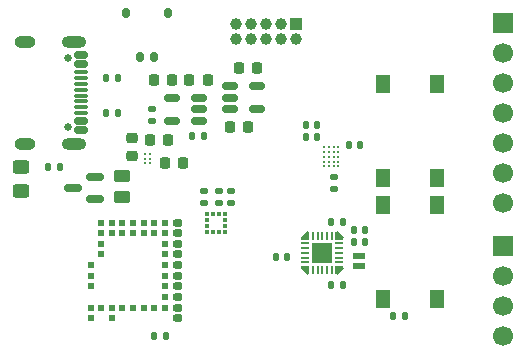
<source format=gbr>
%TF.GenerationSoftware,KiCad,Pcbnew,9.0.1+1*%
%TF.CreationDate,2025-09-07T20:00:31+00:00*%
%TF.ProjectId,ZSWatch-Heartrate-DevKit,5a535761-7463-4682-9d48-656172747261,+ (Unreleased)*%
%TF.SameCoordinates,Original*%
%TF.FileFunction,Soldermask,Top*%
%TF.FilePolarity,Negative*%
%FSLAX46Y46*%
G04 Gerber Fmt 4.6, Leading zero omitted, Abs format (unit mm)*
G04 Created by KiCad (PCBNEW 9.0.1+1) date 2025-09-07 20:00:31*
%MOMM*%
%LPD*%
G01*
G04 APERTURE LIST*
G04 Aperture macros list*
%AMRoundRect*
0 Rectangle with rounded corners*
0 $1 Rounding radius*
0 $2 $3 $4 $5 $6 $7 $8 $9 X,Y pos of 4 corners*
0 Add a 4 corners polygon primitive as box body*
4,1,4,$2,$3,$4,$5,$6,$7,$8,$9,$2,$3,0*
0 Add four circle primitives for the rounded corners*
1,1,$1+$1,$2,$3*
1,1,$1+$1,$4,$5*
1,1,$1+$1,$6,$7*
1,1,$1+$1,$8,$9*
0 Add four rect primitives between the rounded corners*
20,1,$1+$1,$2,$3,$4,$5,0*
20,1,$1+$1,$4,$5,$6,$7,0*
20,1,$1+$1,$6,$7,$8,$9,0*
20,1,$1+$1,$8,$9,$2,$3,0*%
%AMOutline4P*
0 Free polygon, 4 corners , with rotation*
0 The origin of the aperture is its center*
0 number of corners: always 4*
0 $1 to $8 corner X, Y*
0 $9 Rotation angle, in degrees counterclockwise*
0 create outline with 4 corners*
4,1,4,$1,$2,$3,$4,$5,$6,$7,$8,$1,$2,$9*%
G04 Aperture macros list end*
%ADD10RoundRect,0.225000X-0.225000X-0.250000X0.225000X-0.250000X0.225000X0.250000X-0.225000X0.250000X0*%
%ADD11RoundRect,0.140000X-0.140000X-0.170000X0.140000X-0.170000X0.140000X0.170000X-0.140000X0.170000X0*%
%ADD12RoundRect,0.140000X0.170000X-0.140000X0.170000X0.140000X-0.170000X0.140000X-0.170000X-0.140000X0*%
%ADD13RoundRect,0.250000X0.450000X-0.262500X0.450000X0.262500X-0.450000X0.262500X-0.450000X-0.262500X0*%
%ADD14C,0.330000*%
%ADD15C,0.650000*%
%ADD16RoundRect,0.150000X-0.425000X0.150000X-0.425000X-0.150000X0.425000X-0.150000X0.425000X0.150000X0*%
%ADD17RoundRect,0.075000X-0.500000X0.075000X-0.500000X-0.075000X0.500000X-0.075000X0.500000X0.075000X0*%
%ADD18O,2.100000X1.000000*%
%ADD19O,1.800000X1.000000*%
%ADD20RoundRect,0.135000X0.135000X0.185000X-0.135000X0.185000X-0.135000X-0.185000X0.135000X-0.185000X0*%
%ADD21R,1.700000X1.700000*%
%ADD22C,1.700000*%
%ADD23RoundRect,0.135000X0.185000X-0.135000X0.185000X0.135000X-0.185000X0.135000X-0.185000X-0.135000X0*%
%ADD24RoundRect,0.140000X0.140000X0.170000X-0.140000X0.170000X-0.140000X-0.170000X0.140000X-0.170000X0*%
%ADD25R,1.000000X1.000000*%
%ADD26C,1.000000*%
%ADD27RoundRect,0.250000X0.450000X-0.325000X0.450000X0.325000X-0.450000X0.325000X-0.450000X-0.325000X0*%
%ADD28R,1.140000X0.575000*%
%ADD29R,0.200000X0.700000*%
%ADD30Outline4P,-0.360000X-0.180000X0.360000X-0.180000X0.000000X0.180000X0.000000X0.180000X315.000000*%
%ADD31R,0.700000X0.200000*%
%ADD32Outline4P,-0.360000X-0.180000X0.360000X-0.180000X0.000000X0.180000X0.000000X0.180000X45.000000*%
%ADD33Outline4P,-0.360000X-0.180000X0.360000X-0.180000X0.000000X0.180000X0.000000X0.180000X135.000000*%
%ADD34Outline4P,-0.360000X-0.180000X0.360000X-0.180000X0.000000X0.180000X0.000000X0.180000X225.000000*%
%ADD35R,1.701800X1.701800*%
%ADD36RoundRect,0.150000X0.587500X0.150000X-0.587500X0.150000X-0.587500X-0.150000X0.587500X-0.150000X0*%
%ADD37R,1.300000X1.500000*%
%ADD38R,0.350000X0.375000*%
%ADD39R,0.375000X0.350000*%
%ADD40RoundRect,0.150000X-0.512500X-0.150000X0.512500X-0.150000X0.512500X0.150000X-0.512500X0.150000X0*%
%ADD41RoundRect,0.303200X-0.000010X-0.000010X0.000010X-0.000010X0.000010X0.000010X-0.000010X0.000010X0*%
%ADD42RoundRect,0.304800X-0.000010X-0.000010X0.000010X-0.000010X0.000010X0.000010X-0.000010X0.000010X0*%
%ADD43RoundRect,0.101600X-0.228600X-0.203200X0.228600X-0.203200X0.228600X0.203200X-0.228600X0.203200X0*%
%ADD44RoundRect,0.101600X-0.231500X-0.203200X0.231500X-0.203200X0.231500X0.203200X-0.231500X0.203200X0*%
%ADD45RoundRect,0.225000X0.225000X0.250000X-0.225000X0.250000X-0.225000X-0.250000X0.225000X-0.250000X0*%
%ADD46RoundRect,0.140000X-0.170000X0.140000X-0.170000X-0.140000X0.170000X-0.140000X0.170000X0.140000X0*%
%ADD47RoundRect,0.135000X-0.135000X-0.185000X0.135000X-0.185000X0.135000X0.185000X-0.135000X0.185000X0*%
%ADD48RoundRect,0.150000X0.512500X0.150000X-0.512500X0.150000X-0.512500X-0.150000X0.512500X-0.150000X0*%
%ADD49RoundRect,0.218750X-0.256250X0.218750X-0.256250X-0.218750X0.256250X-0.218750X0.256250X0.218750X0*%
%ADD50RoundRect,0.150000X0.150000X0.275000X-0.150000X0.275000X-0.150000X-0.275000X0.150000X-0.275000X0*%
%ADD51RoundRect,0.175000X0.175000X0.225000X-0.175000X0.225000X-0.175000X-0.225000X0.175000X-0.225000X0*%
%ADD52C,0.290000*%
G04 APERTURE END LIST*
D10*
%TO.C,C401*%
X195850000Y-148025000D03*
X197400000Y-148025000D03*
%TD*%
D11*
%TO.C,C412*%
X212700000Y-148475000D03*
X213660000Y-148475000D03*
%TD*%
D12*
%TO.C,C416*%
X200400000Y-153335000D03*
X200400000Y-152375000D03*
%TD*%
D13*
%TO.C,R403*%
X193510000Y-152887500D03*
X193510000Y-151062500D03*
%TD*%
D14*
%TO.C,IC402*%
X195450000Y-149225000D03*
X195850000Y-149225000D03*
X195450000Y-149625000D03*
X195850000Y-149625000D03*
X195450000Y-150025000D03*
X195850000Y-150025000D03*
%TD*%
D15*
%TO.C,X401*%
X188930000Y-141140000D03*
X188930000Y-146920000D03*
D16*
X190005000Y-140830000D03*
X190005000Y-141630000D03*
D17*
X190005000Y-142780000D03*
X190005000Y-143780000D03*
X190005000Y-144280000D03*
X190005000Y-145280000D03*
D16*
X190005000Y-146430000D03*
X190005000Y-147230000D03*
X190005000Y-147230000D03*
X190005000Y-146430000D03*
D17*
X190005000Y-145780000D03*
X190005000Y-144780000D03*
X190005000Y-143280000D03*
X190005000Y-142280000D03*
D16*
X190005000Y-141630000D03*
X190005000Y-140830000D03*
D18*
X189430000Y-139710000D03*
D19*
X185250000Y-139710000D03*
D18*
X189430000Y-148350000D03*
D19*
X185250000Y-148350000D03*
%TD*%
D20*
%TO.C,R401*%
X188210000Y-150350000D03*
X187190000Y-150350000D03*
%TD*%
%TO.C,R409*%
X212210000Y-155000000D03*
X211190000Y-155000000D03*
%TD*%
D21*
%TO.C,J402*%
X225700000Y-138135000D03*
D22*
X225700000Y-140675000D03*
X225700000Y-143215000D03*
X225700000Y-145755000D03*
X225700000Y-148295000D03*
X225700000Y-150835000D03*
X225700000Y-153375000D03*
%TD*%
D11*
%TO.C,C410*%
X213100000Y-155650000D03*
X214060000Y-155650000D03*
%TD*%
D23*
%TO.C,R406*%
X196000000Y-146400000D03*
X196000000Y-145380000D03*
%TD*%
D12*
%TO.C,C411*%
X201700000Y-153335000D03*
X201700000Y-152375000D03*
%TD*%
D11*
%TO.C,C408*%
X213090000Y-156650000D03*
X214050000Y-156650000D03*
%TD*%
D24*
%TO.C,C409*%
X207480000Y-157925000D03*
X206520000Y-157925000D03*
%TD*%
D21*
%TO.C,J401*%
X225700000Y-156975000D03*
D22*
X225700000Y-159515000D03*
X225700000Y-162055000D03*
X225700000Y-164595000D03*
%TD*%
D25*
%TO.C,X403*%
X208200000Y-138200000D03*
D26*
X208200000Y-139470000D03*
X206930000Y-138200000D03*
X206930000Y-139470000D03*
X205660000Y-138200000D03*
X205660000Y-139470000D03*
X204390000Y-138200000D03*
X204390000Y-139470000D03*
X203120000Y-138200000D03*
X203120000Y-139470000D03*
%TD*%
D27*
%TO.C,D401*%
X184900000Y-152400000D03*
X184900000Y-150350000D03*
%TD*%
D28*
%TO.C,Y401*%
X213500000Y-158687500D03*
X213500000Y-157862500D03*
%TD*%
D24*
%TO.C,C417*%
X209980000Y-146775000D03*
X209020000Y-146775000D03*
%TD*%
D29*
%TO.C,IC404*%
X209230000Y-159050000D03*
D30*
X209010000Y-159020000D03*
D31*
X208980000Y-158800000D03*
D29*
X209630000Y-159050000D03*
X210030000Y-159050000D03*
X210430000Y-159050000D03*
X210830000Y-159050000D03*
X211230000Y-159050000D03*
X211630000Y-159050000D03*
D32*
X211850000Y-159020000D03*
D31*
X211880000Y-158800000D03*
X211880000Y-158400000D03*
X211880000Y-158000000D03*
X211880000Y-157600000D03*
X211880000Y-157200000D03*
X211880000Y-156800000D03*
X211880000Y-156400000D03*
D33*
X211850000Y-156180000D03*
D29*
X211630000Y-156150000D03*
X211230000Y-156150000D03*
X210830000Y-156150000D03*
X210430000Y-156150000D03*
X210030000Y-156150000D03*
X209630000Y-156150000D03*
D31*
X208980000Y-156400000D03*
D34*
X209010000Y-156180000D03*
D29*
X209230000Y-156150000D03*
D31*
X208980000Y-156800000D03*
X208980000Y-157200000D03*
X208980000Y-157600000D03*
X208980000Y-158000000D03*
X208980000Y-158400000D03*
D35*
X210430000Y-157600000D03*
%TD*%
D36*
%TO.C,Q401*%
X191200000Y-153075000D03*
X191200000Y-151175000D03*
X189325000Y-152125000D03*
%TD*%
D24*
%TO.C,C406*%
X197180000Y-164600000D03*
X196220000Y-164600000D03*
%TD*%
D20*
%TO.C,R405*%
X193160000Y-145780000D03*
X192140000Y-145780000D03*
%TD*%
D37*
%TO.C,SW401*%
X215600000Y-161500000D03*
X220100000Y-161500000D03*
X215600000Y-153550000D03*
X220100000Y-153550000D03*
%TD*%
D38*
%TO.C,IC406*%
X200687500Y-155867500D03*
X201187500Y-155867500D03*
X201687500Y-155867500D03*
X202187500Y-155867500D03*
D39*
X202200000Y-155355000D03*
X202200000Y-154855000D03*
D38*
X202187500Y-154342500D03*
X201687500Y-154342500D03*
X201187500Y-154342500D03*
X200687500Y-154342500D03*
D39*
X200675000Y-154855000D03*
X200675000Y-155355000D03*
%TD*%
D12*
%TO.C,C414*%
X202700000Y-153335000D03*
X202700000Y-152375000D03*
%TD*%
D40*
%TO.C,IC401*%
X202625000Y-143500000D03*
X202625000Y-144450000D03*
X202625000Y-145400000D03*
X204900000Y-145400000D03*
X204900000Y-143500000D03*
%TD*%
D41*
%TO.C,M401*%
X190817600Y-163113600D03*
X192621000Y-163113600D03*
D42*
X198005800Y-163113600D03*
D43*
X198234400Y-163113600D03*
D41*
X190817600Y-162224600D03*
X191706600Y-162224600D03*
X192621000Y-162224600D03*
X193510000Y-162224600D03*
X194399000Y-162224600D03*
X195313400Y-162224600D03*
X196202400Y-162224600D03*
X197116800Y-162224600D03*
D42*
X198005800Y-162224600D03*
D43*
X198234400Y-162224600D03*
D41*
X197116800Y-161335600D03*
D42*
X198005800Y-161335600D03*
D43*
X198234400Y-161335600D03*
D41*
X190817600Y-160421200D03*
X197116800Y-160421200D03*
D42*
X198005800Y-160421200D03*
D43*
X198234400Y-160421200D03*
D41*
X190817600Y-159532200D03*
X197116800Y-159532200D03*
D42*
X198005800Y-159532200D03*
D43*
X198234400Y-159532200D03*
D41*
X190817600Y-158617800D03*
X197116800Y-158617800D03*
D42*
X198005800Y-158617800D03*
D43*
X198234400Y-158617800D03*
D41*
X191706600Y-157728800D03*
X197116800Y-157728800D03*
D42*
X198005800Y-157728800D03*
D43*
X198234400Y-157728800D03*
D41*
X191706600Y-156814400D03*
X197116800Y-156814400D03*
D42*
X198005800Y-156814400D03*
D43*
X198234400Y-156814400D03*
D41*
X191706600Y-155925400D03*
X192621000Y-155925400D03*
X193510000Y-155925400D03*
X194399000Y-155925400D03*
X195313400Y-155925400D03*
X196202400Y-155925400D03*
X197116800Y-155925400D03*
D42*
X198005800Y-155925400D03*
D43*
X198234400Y-155925400D03*
D41*
X191706600Y-155036400D03*
X192621000Y-155036400D03*
X193510000Y-155036400D03*
X194399000Y-155036400D03*
X195313400Y-155036400D03*
X196202400Y-155036400D03*
X197116800Y-155036400D03*
D42*
X198005800Y-155036400D03*
D44*
X198231500Y-155036400D03*
%TD*%
D20*
%TO.C,R407*%
X200410000Y-147675000D03*
X199390000Y-147675000D03*
%TD*%
D45*
%TO.C,C404*%
X204900000Y-141950000D03*
X203350000Y-141950000D03*
%TD*%
D10*
%TO.C,C407*%
X199175000Y-142950000D03*
X200725000Y-142950000D03*
%TD*%
D46*
%TO.C,C413*%
X211400000Y-151215000D03*
X211400000Y-152175000D03*
%TD*%
D20*
%TO.C,R402*%
X217410000Y-162975000D03*
X216390000Y-162975000D03*
%TD*%
D24*
%TO.C,C415*%
X209980000Y-147775000D03*
X209020000Y-147775000D03*
%TD*%
D37*
%TO.C,SW402*%
X220100000Y-143325000D03*
X215600000Y-143325000D03*
X220100000Y-151275000D03*
X215600000Y-151275000D03*
%TD*%
D47*
%TO.C,R404*%
X192140000Y-142780000D03*
X193160000Y-142780000D03*
%TD*%
D48*
%TO.C,IC403*%
X199975000Y-146400000D03*
X199975000Y-145450000D03*
X199975000Y-144500000D03*
X197700000Y-144500000D03*
X197700000Y-146400000D03*
%TD*%
D49*
%TO.C,L401*%
X194350000Y-147837500D03*
X194350000Y-149412500D03*
%TD*%
D47*
%TO.C,R408*%
X211190000Y-160300000D03*
X212210000Y-160300000D03*
%TD*%
D10*
%TO.C,C403*%
X197100000Y-150025000D03*
X198650000Y-150025000D03*
%TD*%
D50*
%TO.C,X402*%
X196200000Y-141025000D03*
X195000000Y-141025000D03*
D51*
X197350000Y-137250000D03*
X193850000Y-137250000D03*
%TD*%
D52*
%TO.C,IC405*%
X211800000Y-148675000D03*
X211800000Y-149075000D03*
X211800000Y-149475000D03*
X211800000Y-149875000D03*
X211800000Y-150275000D03*
X211400000Y-148675000D03*
X211400000Y-149075000D03*
X211400000Y-149475000D03*
X211400000Y-149875000D03*
X211400000Y-150275000D03*
X211000000Y-148675000D03*
X211000000Y-149075000D03*
X211000000Y-149475000D03*
X211000000Y-149875000D03*
X211000000Y-150275000D03*
X210600000Y-148675000D03*
X210600000Y-149075000D03*
X210600000Y-149475000D03*
X210600000Y-149875000D03*
X210600000Y-150275000D03*
%TD*%
D10*
%TO.C,C402*%
X202625000Y-146950000D03*
X204175000Y-146950000D03*
%TD*%
D45*
%TO.C,C405*%
X197700000Y-142950000D03*
X196150000Y-142950000D03*
%TD*%
M02*

</source>
